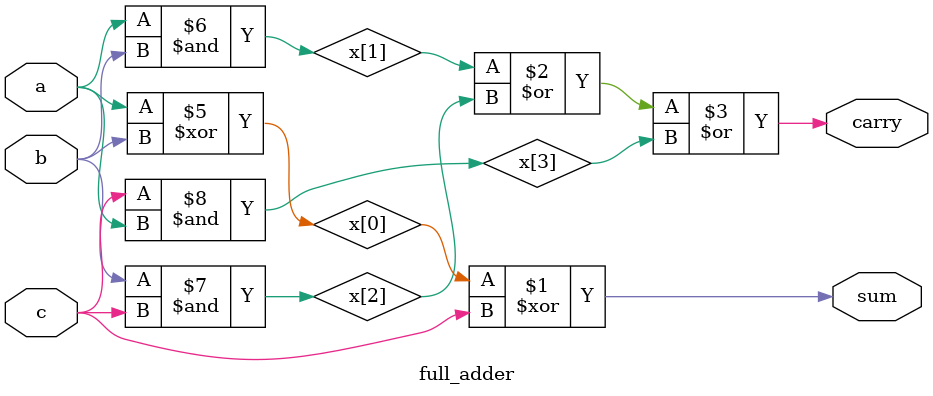
<source format=sv>
`timescale 1ns / 1ps
module full_adder (
    a,
    b,
    c,
    sum,
    carry
);
  input logic a, b, c;
  output logic sum, carry;
  logic x[3:0];
  xor x1 (x[0], a, b);
  xor x2 (sum, x[0], c);
  and a1 (x[1], a, b);
  and a2 (x[2], b, c);
  and a3 (x[3], c, a);
  or o1 (carry, x[1], x[2], x[3]);
endmodule

</source>
